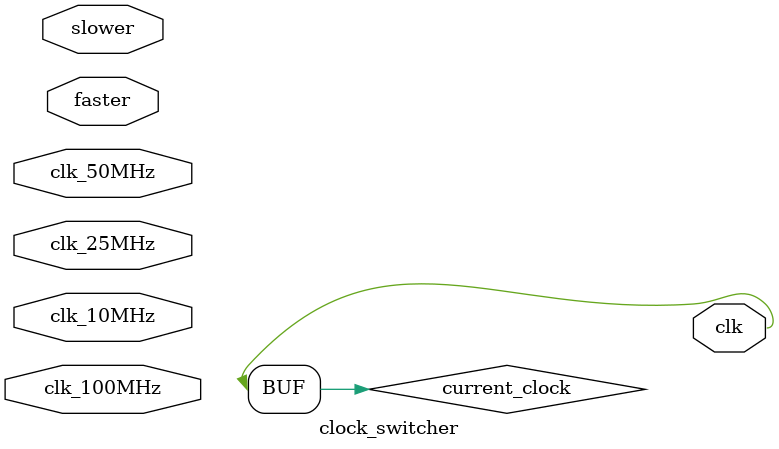
<source format=v>
`timescale 1ns / 1ps


module clock_switcher(
    input slower, faster,
    input clk_10MHz,
    input clk_25MHz,
    input clk_50MHz,
    input clk_100MHz,
    output clk
    );
    
    reg [3:0] level = 4'b1000;
    reg current_clock;
    
    assign clk = current_clock;
    
    always @(clk_100MHz) begin
        if (slower) level <= level << 1;
        else if (faster) level <= level >> 1;
        
        case (level)
            4'b1000: current_clock <= clk_10MHz;
            4'b0100: current_clock <= clk_25MHz;
            4'b0010: current_clock <= clk_50MHz;
            4'b0001: current_clock <= clk_100MHz;
        endcase
    
    end
    
endmodule

</source>
